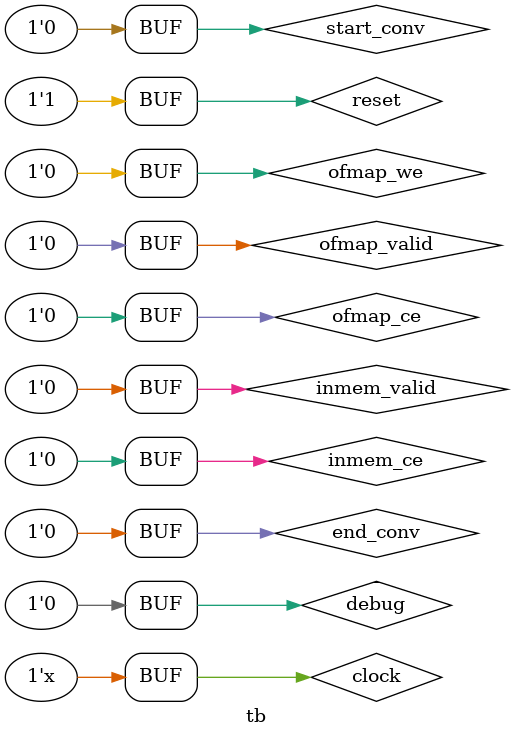
<source format=sv>
`timescale 1ns / 1ps

module tb #( 
    parameter N_FILTER = 16,
    parameter N_CHANNEL = 3,
    parameter X_SIZE = 32,
    parameter FILTER_WIDTH = 3,
    parameter CONVS_PER_LINE = 15,
    parameter MEM_SIZE = 12,
    parameter INPUT_SIZE = 8,
    parameter CARRY_SIZE = 4,
    parameter SHIFT = 8,
    parameter LAT = 2
)(
);

    logic [INPUT_SIZE*2-1:0] inmem_value;
    logic [MEM_SIZE-1:0] inmem_address, ofmap_address;
    logic clock, reset, start_conv, debug;
    logic ofmap_valid, ofmap_ce, ofmap_we, inmem_ce, inmem_valid, end_conv;
    logic [INPUT_SIZE*2+CARRY_SIZE-1:0] pixel_out, pixel_in;
    logic [31:0] inmem_n_read, inmem_n_write, ofmap_n_read, ofmap_n_write;

    initial begin
        clock = 0;
        reset = 0;
        start_conv = 0;
        debug = 0;
        ofmap_valid = 0;
        ofmap_ce = 0;
        ofmap_we = 0;
        inmem_ce = 0;
        inmem_valid = 0;
        end_conv = 0;
    end

    memory #(.ROM("yes"), .INPUT_SIZE(INPUT_SIZE*2), .ADDRESS_SIZE(MEM_SIZE), .DATA_AV_LATENCY(LAT)
    ) INMEM(
        .clock(clock),
        .reset(reset),
        .chip_en(inmem_ce),
        .wr_en(1'b0),
        .data_in({INPUT_SIZE*2{1'b0}}),
        .address(inmem_address),
        .data_av(inmem_valid),
        .data_out(inmem_value),
        .n_read(inmem_n_read),
        .n_write(inmem_n_write)
    );
    
    memory #(.ROM("no"), .INPUT_SIZE(INPUT_SIZE*2+CARRY_SIZE), .ADDRESS_SIZE(MEM_SIZE), .DATA_AV_LATENCY(LAT)
    ) OFMAPMEM(
        .clock(clock),
        .reset(reset),
        .chip_en(ofmap_ce),
        .wr_en(ofmap_we),
        .data_in(pixel_out),
        .address(ofmap_address),
        .data_av(ofmap_valid),
        .data_out(pixel_in),
        .n_read(ofmap_n_read),
        .n_write(ofmap_n_write)
    );
    
    convolution #(
        .N_FILTER(N_FILTER),
        .N_CHANNEL(N_CHANNEL),
        .X_SIZE(X_SIZE),
        .FILTER_WIDTH(FILTER_WIDTH),
        .CONVS_PER_LINE(CONVS_PER_LINE),
        .MEM_SIZE(MEM_SIZE),
        .INPUT_SIZE(INPUT_SIZE),
        .SHIFT(SHIFT),
        .CARRY_SIZE(CARRY_SIZE)
    ) DUT(
        .clock(clock),
        .reset(reset),
        .start_conv(start_conv),
        .end_conv(end_conv),
        .debug(debug),
        .inmem_valid(inmem_valid),
        .inmem_value(inmem_value),
        .inmem_address(inmem_address),
        .inmem_ce(inmem_ce),
        .ofmap_valid(ofmap_valid),
        .pixel_in(pixel_in),
        .pixel_out(pixel_out),
        .ofmap_address(ofmap_address),
        .ofmap_we(ofmap_we),
        .ofmap_ce(ofmap_ce)
    );
    
    always #0.5 clock = ~clock;

    initial begin
        #2.5 reset = 1;
        #2.5 start_conv = 1;
        #3.5 start_conv = 0;
    end

    // Rest of testbench code such as the process function is omitted because SystemVerilog does not support report and severity statements.
    // Use $display, $write, $strobe or $monitor for debugging.
    // Use $finish to end simulation.
    // Use $stop to stop the simulation and enter interactive mode.

endmodule

</source>
